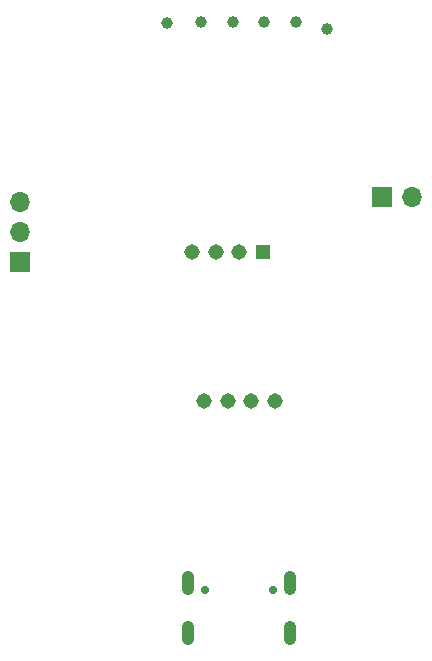
<source format=gbr>
%TF.GenerationSoftware,KiCad,Pcbnew,6.0.7-f9a2dced07~116~ubuntu20.04.1*%
%TF.CreationDate,2022-10-10T21:45:52+02:00*%
%TF.ProjectId,ploopy-nano,706c6f6f-7079-42d6-9e61-6e6f2e6b6963,rev?*%
%TF.SameCoordinates,Original*%
%TF.FileFunction,Soldermask,Bot*%
%TF.FilePolarity,Negative*%
%FSLAX46Y46*%
G04 Gerber Fmt 4.6, Leading zero omitted, Abs format (unit mm)*
G04 Created by KiCad (PCBNEW 6.0.7-f9a2dced07~116~ubuntu20.04.1) date 2022-10-10 21:45:52*
%MOMM*%
%LPD*%
G01*
G04 APERTURE LIST*
%ADD10R,1.700000X1.700000*%
%ADD11O,1.700000X1.700000*%
%ADD12C,0.700000*%
%ADD13O,1.050000X2.100000*%
%ADD14R,1.308000X1.308000*%
%ADD15C,1.308000*%
%ADD16C,1.000000*%
G04 APERTURE END LIST*
D10*
%TO.C,J2*%
X160225000Y-86500000D03*
D11*
X162765000Y-86500000D03*
%TD*%
D12*
%TO.C,J4*%
X150990000Y-119712500D03*
X145210000Y-119712500D03*
D13*
X143780000Y-119182500D03*
X152420000Y-119182500D03*
X143780000Y-123362500D03*
X152420000Y-123362500D03*
%TD*%
D10*
%TO.C,J3*%
X129600000Y-91925000D03*
D11*
X129600000Y-89385000D03*
X129600000Y-86845000D03*
%TD*%
D14*
%TO.C,U3*%
X150150000Y-91150000D03*
D15*
X148150000Y-91150000D03*
X146150000Y-91150000D03*
X144150000Y-91150000D03*
X145150000Y-103750000D03*
X147150000Y-103750000D03*
X149150000Y-103750000D03*
X151150000Y-103750000D03*
%TD*%
D16*
%TO.C,TP4*%
X150241000Y-71628000D03*
%TD*%
%TO.C,TP2*%
X147574000Y-71628000D03*
%TD*%
%TO.C,TP1*%
X152908000Y-71628000D03*
%TD*%
%TO.C,TP6*%
X155575000Y-72263000D03*
%TD*%
%TO.C,TP5*%
X141986000Y-71755000D03*
%TD*%
%TO.C,TP3*%
X144907000Y-71628000D03*
%TD*%
M02*

</source>
